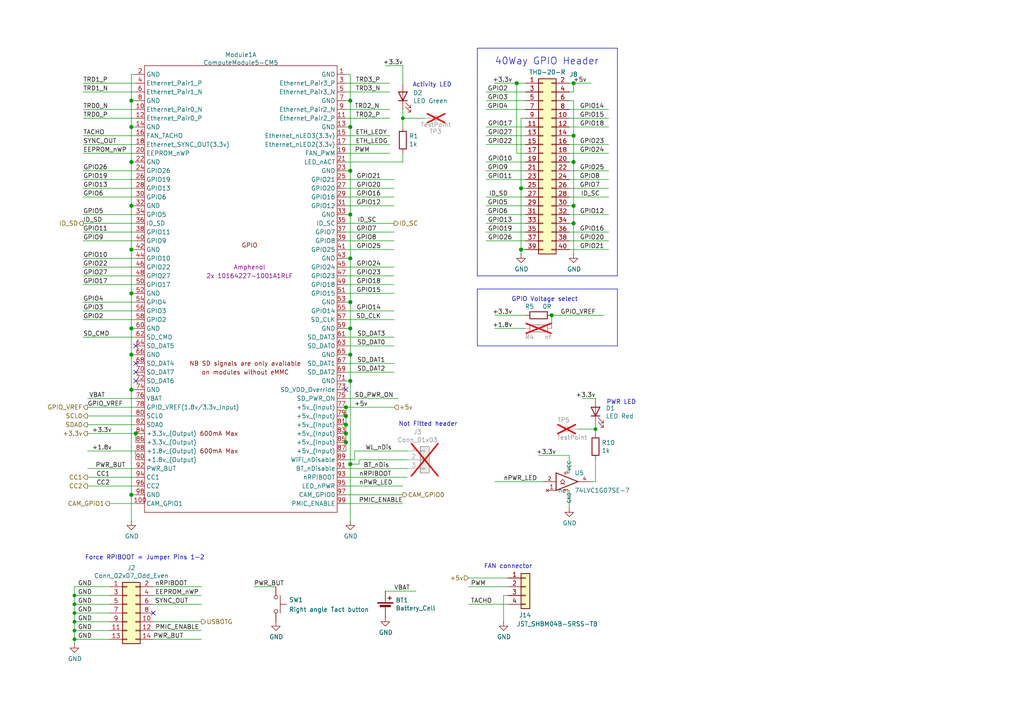
<source format=kicad_sch>
(kicad_sch (version 20231120) (generator "eeschema") (generator_version "8.0")
  (paper "A4")
  (title_block (title "Compute Module 5 IO Board") (rev "1") (company "Copyright © 2024 Raspberry Pi Ltd.") (comment 1 "www.raspberrypi.com"))
  (lib_symbols
    (symbol "CM5IO:74LVC1G07_copy"
      (property "Reference" "U" (at -2.54 3.81 0))
      (property "Value" "74LVC1G07_copy" (at 0 -3.81 0))
      (symbol "74LVC1G07_copy_1_1"
        (pin no_connect line (at -6.35 -2.54 0) (length 2.54) (name "nc") (number "1"))
        (pin input line (at -7.62 0 0) (length 3.81) (name "~") (number "2"))
        (pin power_in line (at 0 -2.54 270) (length 0) (name "GND") (number "3"))
        (pin open_collector line (at 6.35 0 180) (length 3.81) (name "~") (number "4"))
        (pin power_in line (at 0 2.54 90) (length 0) (name "VCC") (number "5"))
      )
    )
    (symbol "CM5IO:ComputeModule5-CM5"
      (property "Reference" "Module" (at 113.03 -68.58 0))
      (property "Value" "ComputeModule5-CM5" (at 140.97 2.54 0))
      (property "Field4" "Amphenol" (at 0 0 0))
      (property "Field5" "2x 10164227-1001A1RLF" (at 0 -2.54 0))
      (symbol "ComputeModule5-CM5_1_0"
        (text "GPIO" (at 0 6.35 0) (effects (font (size 1.27 1.27))))
      )
      (symbol "ComputeModule5-CM5_1_1"
        (text "600mA Max" (at -8.89 -53.34 0) (effects (font (size 1.27 1.27))))
        (text "600mA Max" (at -8.89 -48.26 0) (effects (font (size 1.27 1.27))))
        (text "NB SD signals are only available" (at -1.27 -27.94 0) (effects (font (size 1.27 1.27))))
        (text "on modules without eMMC" (at -1.27 -30.48 0) (effects (font (size 1.27 1.27))))
        (pin power_in line (at 27.94 55.88 180) (length 2.54) (name "GND") (number "1"))
        (pin passive line (at -33.02 45.72 0) (length 2.54) (name "Ethernet_Pair0_N") (number "10"))
        (pin passive line (at -33.02 -68.58 0) (length 2.54) (name "CAM_GPIO1") (number "100"))
        (pin passive line (at 27.94 43.18 180) (length 2.54) (name "Ethernet_Pair2_P") (number "11"))
        (pin passive line (at -33.02 43.18 0) (length 2.54) (name "Ethernet_Pair0_P") (number "12"))
        (pin power_in line (at 27.94 40.64 180) (length 2.54) (name "GND") (number "13"))
        (pin power_in line (at -33.02 40.64 0) (length 2.54) (name "GND") (number "14"))
        (pin output line (at 27.94 38.1 180) (length 2.54) (name "Ethernet_nLED3(3.3v)") (number "15"))
        (pin input line (at -33.02 38.1 0) (length 2.54) (name "FAN_TACHO") (number "16"))
        (pin output line (at 27.94 35.56 180) (length 2.54) (name "Ethernet_nLED2(3.3v)") (number "17"))
        (pin input line (at -33.02 35.56 0) (length 2.54) (name "Ethernet_SYNC_OUT(3.3v)") (number "18"))
        (pin output line (at 27.94 33.02 180) (length 2.54) (name "FAN_PWM") (number "19"))
        (pin power_in line (at -33.02 55.88 0) (length 2.54) (name "GND") (number "2"))
        (pin passive line (at -33.02 33.02 0) (length 2.54) (name "EEPROM_nWP") (number "20"))
        (pin open_collector line (at 27.94 30.48 180) (length 2.54) (name "LED_nACT") (number "21"))
        (pin power_in line (at -33.02 30.48 0) (length 2.54) (name "GND") (number "22"))
        (pin power_in line (at 27.94 27.94 180) (length 2.54) (name "GND") (number "23"))
        (pin passive line (at -33.02 27.94 0) (length 2.54) (name "GPIO26") (number "24"))
        (pin passive line (at 27.94 25.4 180) (length 2.54) (name "GPIO21") (number "25"))
        (pin passive line (at -33.02 25.4 0) (length 2.54) (name "GPIO19") (number "26"))
        (pin passive line (at 27.94 22.86 180) (length 2.54) (name "GPIO20") (number "27"))
        (pin passive line (at -33.02 22.86 0) (length 2.54) (name "GPIO13") (number "28"))
        (pin passive line (at 27.94 20.32 180) (length 2.54) (name "GPIO16") (number "29"))
        (pin passive line (at 27.94 53.34 180) (length 2.54) (name "Ethernet_Pair3_P") (number "3"))
        (pin passive line (at -33.02 20.32 0) (length 2.54) (name "GPIO6") (number "30"))
        (pin passive line (at 27.94 17.78 180) (length 2.54) (name "GPIO12") (number "31"))
        (pin power_in line (at -33.02 17.78 0) (length 2.54) (name "GND") (number "32"))
        (pin power_in line (at 27.94 15.24 180) (length 2.54) (name "GND") (number "33"))
        (pin passive line (at -33.02 15.24 0) (length 2.54) (name "GPIO5") (number "34"))
        (pin passive line (at 27.94 12.7 180) (length 2.54) (name "ID_SC") (number "35"))
        (pin passive line (at -33.02 12.7 0) (length 2.54) (name "ID_SD") (number "36"))
        (pin passive line (at 27.94 10.16 180) (length 2.54) (name "GPIO7") (number "37"))
        (pin passive line (at -33.02 10.16 0) (length 2.54) (name "GPIO11") (number "38"))
        (pin passive line (at 27.94 7.62 180) (length 2.54) (name "GPIO8") (number "39"))
        (pin passive line (at -33.02 53.34 0) (length 2.54) (name "Ethernet_Pair1_P") (number "4"))
        (pin passive line (at -33.02 7.62 0) (length 2.54) (name "GPIO9") (number "40"))
        (pin passive line (at 27.94 5.08 180) (length 2.54) (name "GPIO25") (number "41"))
        (pin power_in line (at -33.02 5.08 0) (length 2.54) (name "GND") (number "42"))
        (pin power_in line (at 27.94 2.54 180) (length 2.54) (name "GND") (number "43"))
        (pin passive line (at -33.02 2.54 0) (length 2.54) (name "GPIO10") (number "44"))
        (pin passive line (at 27.94 0 180) (length 2.54) (name "GPIO24") (number "45"))
        (pin passive line (at -33.02 0 0) (length 2.54) (name "GPIO22") (number "46"))
        (pin passive line (at 27.94 -2.54 180) (length 2.54) (name "GPIO23") (number "47"))
        (pin passive line (at -33.02 -2.54 0) (length 2.54) (name "GPIO27") (number "48"))
        (pin passive line (at 27.94 -5.08 180) (length 2.54) (name "GPIO18") (number "49"))
        (pin passive line (at 27.94 50.8 180) (length 2.54) (name "Ethernet_Pair3_N") (number "5"))
        (pin passive line (at -33.02 -5.08 0) (length 2.54) (name "GPIO17") (number "50"))
        (pin passive line (at 27.94 -7.62 180) (length 2.54) (name "GPIO15") (number "51"))
        (pin power_in line (at -33.02 -7.62 0) (length 2.54) (name "GND") (number "52"))
        (pin power_in line (at 27.94 -10.16 180) (length 2.54) (name "GND") (number "53"))
        (pin passive line (at -33.02 -10.16 0) (length 2.54) (name "GPIO4") (number "54"))
        (pin passive line (at 27.94 -12.7 180) (length 2.54) (name "GPIO14") (number "55"))
        (pin passive line (at -33.02 -12.7 0) (length 2.54) (name "GPIO3") (number "56"))
        (pin passive line (at 27.94 -15.24 180) (length 2.54) (name "SD_CLK") (number "57"))
        (pin passive line (at -33.02 -15.24 0) (length 2.54) (name "GPIO2") (number "58"))
        (pin power_in line (at 27.94 -17.78 180) (length 2.54) (name "GND") (number "59"))
        (pin passive line (at -33.02 50.8 0) (length 2.54) (name "Ethernet_Pair1_N") (number "6"))
        (pin power_in line (at -33.02 -17.78 0) (length 2.54) (name "GND") (number "60"))
        (pin passive line (at 27.94 -20.32 180) (length 2.54) (name "SD_DAT3") (number "61"))
        (pin passive line (at -33.02 -20.32 0) (length 2.54) (name "SD_CMD") (number "62"))
        (pin passive line (at 27.94 -22.86 180) (length 2.54) (name "SD_DAT0") (number "63"))
        (pin passive line (at -33.02 -22.86 0) (length 2.54) (name "SD_DAT5") (number "64"))
        (pin power_in line (at 27.94 -25.4 180) (length 2.54) (name "GND") (number "65"))
        (pin power_in line (at -33.02 -25.4 0) (length 2.54) (name "GND") (number "66"))
        (pin passive line (at 27.94 -27.94 180) (length 2.54) (name "SD_DAT1") (number "67"))
        (pin passive line (at -33.02 -27.94 0) (length 2.54) (name "SD_DAT4") (number "68"))
        (pin passive line (at 27.94 -30.48 180) (length 2.54) (name "SD_DAT2") (number "69"))
        (pin power_in line (at 27.94 48.26 180) (length 2.54) (name "GND") (number "7"))
        (pin passive line (at -33.02 -30.48 0) (length 2.54) (name "SD_DAT7") (number "70"))
        (pin power_in line (at 27.94 -33.02 180) (length 2.54) (name "GND") (number "71"))
        (pin passive line (at -33.02 -33.02 0) (length 2.54) (name "SD_DAT6") (number "72"))
        (pin input line (at 27.94 -35.56 180) (length 2.54) (name "SD_VDD_Override") (number "73"))
        (pin power_in line (at -33.02 -35.56 0) (length 2.54) (name "GND") (number "74"))
        (pin output line (at 27.94 -38.1 180) (length 2.54) (name "SD_PWR_ON") (number "75"))
        (pin passive line (at -33.02 -38.1 0) (length 2.54) (name "VBAT") (number "76"))
        (pin power_in line (at 27.94 -40.64 180) (length 2.54) (name "+5v_(Input)") (number "77"))
        (pin power_in line (at -33.02 -40.64 0) (length 2.54) (name "GPIO_VREF(1.8v/3.3v_Input)") (number "78"))
        (pin power_in line (at 27.94 -43.18 180) (length 2.54) (name "+5v_(Input)") (number "79"))
        (pin power_in line (at -33.02 48.26 0) (length 2.54) (name "GND") (number "8"))
        (pin passive line (at -33.02 -43.18 0) (length 2.54) (name "SCL0") (number "80"))
        (pin power_in line (at 27.94 -45.72 180) (length 2.54) (name "+5v_(Input)") (number "81"))
        (pin passive line (at -33.02 -45.72 0) (length 2.54) (name "SDA0") (number "82"))
        (pin power_in line (at 27.94 -48.26 180) (length 2.54) (name "+5v_(Input)") (number "83"))
        (pin power_out line (at -33.02 -48.26 0) (length 2.54) (name "+3.3v_(Output)") (number "84"))
        (pin power_in line (at 27.94 -50.8 180) (length 2.54) (name "+5v_(Input)") (number "85"))
        (pin passive line (at -33.02 -50.8 0) (length 2.54) (name "+3.3v_(Output)") (number "86"))
        (pin power_in line (at 27.94 -53.34 180) (length 2.54) (name "+5v_(Input)") (number "87"))
        (pin power_out line (at -33.02 -53.34 0) (length 2.54) (name "+1.8v_(Output)") (number "88"))
        (pin input line (at 27.94 -55.88 180) (length 2.54) (name "WiFi_nDisable") (number "89"))
        (pin passive line (at 27.94 45.72 180) (length 2.54) (name "Ethernet_Pair2_N") (number "9"))
        (pin passive line (at -33.02 -55.88 0) (length 2.54) (name "+1.8v_(Output)") (number "90"))
        (pin input line (at 27.94 -58.42 180) (length 2.54) (name "BT_nDisable") (number "91"))
        (pin passive line (at -33.02 -58.42 0) (length 2.54) (name "PWR_BUT") (number "92"))
        (pin input line (at 27.94 -60.96 180) (length 2.54) (name "nRPIBOOT") (number "93"))
        (pin passive line (at -33.02 -60.96 0) (length 2.54) (name "CC1") (number "94"))
        (pin output line (at 27.94 -63.5 180) (length 2.54) (name "LED_nPWR") (number "95"))
        (pin passive line (at -33.02 -63.5 0) (length 2.54) (name "CC2") (number "96"))
        (pin passive line (at 27.94 -66.04 180) (length 2.54) (name "CAM_GPIO0") (number "97"))
        (pin power_in line (at -33.02 -66.04 0) (length 2.54) (name "GND") (number "98"))
        (pin input line (at 27.94 -68.58 180) (length 2.54) (name "PMIC_ENABLE") (number "99"))
      )
      (symbol "ComputeModule5-CM5_2_1"
        (text "High Speed Serial" (at 140.97 0 0) (effects (font (size 1.27 1.27))))
        (pin input line (at 170.18 60.96 180) (length 5.08) (name "USB_OTG_ID") (number "101"))
        (pin input line (at 109.22 60.96 0) (length 5.08) (name "PCIe_nCLKREQ") (number "102"))
        (pin passive line (at 170.18 58.42 180) (length 5.08) (name "USB2_N") (number "103"))
        (pin input line (at 109.22 58.42 0) (length 5.08) (name "PCIE_nWAKE") (number "104"))
        (pin passive line (at 170.18 55.88 180) (length 5.08) (name "USB2_P") (number "105"))
        (pin output line (at 109.22 55.88 0) (length 5.08) (name "PCIE_PWR_EN") (number "106"))
        (pin power_in line (at 170.18 53.34 180) (length 5.08) (name "GND") (number "107"))
        (pin power_in line (at 109.22 53.34 0) (length 5.08) (name "GND") (number "108"))
        (pin output line (at 170.18 50.8 180) (length 5.08) (name "PCIe_nRST") (number "109"))
        (pin output line (at 109.22 50.8 0) (length 5.08) (name "PCIe_CLK_P") (number "110"))
        (pin output line (at 170.18 48.26 180) (length 5.08) (name "VBUS_EN") (number "111"))
        (pin output line (at 109.22 48.26 0) (length 5.08) (name "PCIe_CLK_N") (number "112"))
        (pin power_in line (at 170.18 45.72 180) (length 5.08) (name "GND") (number "113"))
        (pin power_in line (at 109.22 45.72 0) (length 5.08) (name "GND") (number "114"))
        (pin input line (at 170.18 43.18 180) (length 5.08) (name "MIPI0_D0_N") (number "115"))
        (pin input line (at 109.22 43.18 0) (length 5.08) (name "PCIe_RX_P") (number "116"))
        (pin input line (at 170.18 40.64 180) (length 5.08) (name "MIPI0_D0_P") (number "117"))
        (pin input line (at 109.22 40.64 0) (length 5.08) (name "PCIe_RX_N") (number "118"))
        (pin power_in line (at 170.18 38.1 180) (length 5.08) (name "GND") (number "119"))
        (pin power_in line (at 109.22 38.1 0) (length 5.08) (name "GND") (number "120"))
        (pin input line (at 170.18 35.56 180) (length 5.08) (name "MIPI0_D1_N") (number "121"))
        (pin output line (at 109.22 35.56 0) (length 5.08) (name "PCIe_TX_P") (number "122"))
        (pin input line (at 170.18 33.02 180) (length 5.08) (name "MIPI0_D1_P") (number "123"))
        (pin output line (at 109.22 33.02 0) (length 5.08) (name "PCIe_TX_N") (number "124"))
        (pin power_in line (at 170.18 30.48 180) (length 5.08) (name "GND") (number "125"))
        (pin power_in line (at 109.22 30.48 0) (length 5.08) (name "GND") (number "126"))
        (pin input line (at 170.18 27.94 180) (length 5.08) (name "MIPI0_C_N") (number "127"))
        (pin input line (at 109.22 27.94 0) (length 5.08) (name "USB3-0-RX_N") (number "128"))
        (pin input line (at 170.18 25.4 180) (length 5.08) (name "MIPI0_C_P") (number "129"))
        (pin input line (at 109.22 25.4 0) (length 5.08) (name "USB3-0-RX_P") (number "130"))
        (pin power_in line (at 170.18 22.86 180) (length 5.08) (name "GND") (number "131"))
        (pin power_in line (at 109.22 22.86 0) (length 5.08) (name "GND") (number "132"))
        (pin input line (at 170.18 20.32 180) (length 5.08) (name "MIPI0_D2_N") (number "133"))
        (pin passive line (at 109.22 20.32 0) (length 5.08) (name "USB3-0-D_P") (number "134"))
        (pin input line (at 170.18 17.78 180) (length 5.08) (name "MIPI0_D2_P") (number "135"))
        (pin passive line (at 109.22 17.78 0) (length 5.08) (name "USB3-0-D_N") (number "136"))
        (pin power_in line (at 170.18 15.24 180) (length 5.08) (name "GND") (number "137"))
        (pin power_in line (at 109.22 15.24 0) (length 5.08) (name "GND") (number "138"))
        (pin input line (at 170.18 12.7 180) (length 5.08) (name "MIPI0_D3_N") (number "139"))
        (pin output line (at 109.22 12.7 0) (length 5.08) (name "USB3-0-TX_N") (number "140"))
        (pin input line (at 170.18 10.16 180) (length 5.08) (name "MIPI0_D3_P") (number "141"))
        (pin output line (at 109.22 10.16 0) (length 5.08) (name "USB3-0-TX_P") (number "142"))
        (pin input line (at 170.18 7.62 180) (length 5.08) (name "HDMI1_HOTPLUG") (number "143"))
        (pin power_in line (at 109.22 7.62 0) (length 5.08) (name "GND") (number "144"))
        (pin bidirectional line (at 170.18 5.08 180) (length 5.08) (name "HDMI1_SDA") (number "145"))
        (pin output line (at 109.22 5.08 0) (length 5.08) (name "HDMI1_TX2_P") (number "146"))
        (pin open_collector line (at 170.18 2.54 180) (length 5.08) (name "HDMI1_SCL") (number "147"))
        (pin output line (at 109.22 2.54 0) (length 5.08) (name "HDMI1_TX2_N") (number "148"))
        (pin open_collector line (at 170.18 0 180) (length 5.08) (name "HDMI1_CEC") (number "149"))
        (pin power_in line (at 109.22 0 0) (length 5.08) (name "GND") (number "150"))
        (pin open_collector line (at 170.18 -2.54 180) (length 5.08) (name "HDMI0_CEC") (number "151"))
        (pin output line (at 109.22 -2.54 0) (length 5.08) (name "HDMI1_TX1_P") (number "152"))
        (pin input line (at 170.18 -5.08 180) (length 5.08) (name "HDMI0_HOTPLUG") (number "153"))
        (pin output line (at 109.22 -5.08 0) (length 5.08) (name "HDMI1_TX1_N") (number "154"))
        (pin power_in line (at 170.18 -7.62 180) (length 5.08) (name "GND") (number "155"))
        (pin power_in line (at 109.22 -7.62 0) (length 5.08) (name "GND") (number "156"))
        (pin input line (at 170.18 -10.16 180) (length 5.08) (name "USB3-1-RX_N") (number "157"))
        (pin output line (at 109.22 -10.16 0) (length 5.08) (name "HDMI1_TX0_P") (number "158"))
        (pin input line (at 170.18 -12.7 180) (length 5.08) (name "USB3-1-RX_P") (number "159"))
        (pin output line (at 109.22 -12.7 0) (length 5.08) (name "HDMI1_TX0_N") (number "160"))
        (pin power_in line (at 170.18 -15.24 180) (length 5.08) (name "GND") (number "161"))
        (pin power_in line (at 109.22 -15.24 0) (length 5.08) (name "GND") (number "162"))
        (pin passive line (at 170.18 -17.78 180) (length 5.08) (name "USB3-1-D_P") (number "163"))
        (pin output line (at 109.22 -17.78 0) (length 5.08) (name "HDMI1_CLK_P") (number "164"))
        (pin passive line (at 170.18 -20.32 180) (length 5.08) (name "USB3-1-D_N") (number "165"))
        (pin output line (at 109.22 -20.32 0) (length 5.08) (name "HDMI1_CLK_N") (number "166"))
        (pin power_in line (at 170.18 -22.86 180) (length 5.08) (name "GND") (number "167"))
        (pin power_in line (at 109.22 -22.86 0) (length 5.08) (name "GND") (number "168"))
        (pin output line (at 170.18 -25.4 180) (length 5.08) (name "USB3-1-TX_N") (number "169"))
        (pin output line (at 109.22 -25.4 0) (length 5.08) (name "HDMI0_TX2_P") (number "170"))
        (pin output line (at 170.18 -27.94 180) (length 5.08) (name "USB3-1-TX_P") (number "171"))
        (pin output line (at 109.22 -27.94 0) (length 5.08) (name "HDMI0_TX2_N") (number "172"))
        (pin power_in line (at 170.18 -30.48 180) (length 5.08) (name "GND") (number "173"))
        (pin power_in line (at 109.22 -30.48 0) (length 5.08) (name "GND") (number "174"))
        (pin output line (at 170.18 -33.02 180) (length 5.08) (name "MIPI1_D0_N") (number "175"))
        (pin output line (at 109.22 -33.02 0) (length 5.08) (name "HDMI0_TX1_P") (number "176"))
        (pin output line (at 170.18 -35.56 180) (length 5.08) (name "MIPI1_D0_P") (number "177"))
        (pin output line (at 109.22 -35.56 0) (length 5.08) (name "HDMI0_TX1_N") (number "178"))
        (pin power_in line (at 170.18 -38.1 180) (length 5.08) (name "GND") (number "179"))
        (pin power_in line (at 109.22 -38.1 0) (length 5.08) (name "GND") (number "180"))
        (pin output line (at 170.18 -40.64 180) (length 5.08) (name "MIPI1_D1_N") (number "181"))
        (pin output line (at 109.22 -40.64 0) (length 5.08) (name "HDMI0_TX0_P") (number "182"))
        (pin output line (at 170.18 -43.18 180) (length 5.08) (name "MIPI1_D1_P") (number "183"))
        (pin output line (at 109.22 -43.18 0) (length 5.08) (name "HDMI0_TX0_N") (number "184"))
        (pin power_in line (at 170.18 -45.72 180) (length 5.08) (name "GND") (number "185"))
        (pin power_in line (at 109.22 -45.72 0) (length 5.08) (name "GND") (number "186"))
        (pin output line (at 170.18 -48.26 180) (length 5.08) (name "MIPI1_C_N") (number "187"))
        (pin output line (at 109.22 -48.26 0) (length 5.08) (name "HDMI0_CLK_P") (number "188"))
        (pin output line (at 170.18 -50.8 180) (length 5.08) (name "MIPI1_C_P") (number "189"))
        (pin output line (at 109.22 -50.8 0) (length 5.08) (name "HDMI0_CLK_N") (number "190"))
        (pin power_in line (at 170.18 -53.34 180) (length 5.08) (name "GND") (number "191"))
        (pin power_in line (at 109.22 -53.34 0) (length 5.08) (name "GND") (number "192"))
        (pin output line (at 170.18 -55.88 180) (length 5.08) (name "MIPI1_D2_N") (number "193"))
        (pin output line (at 109.22 -55.88 0) (length 5.08) (name "MIPI1_D3_N") (number "194"))
        (pin output line (at 170.18 -58.42 180) (length 5.08) (name "MIPI1_D2_P") (number "195"))
        (pin output line (at 109.22 -58.42 0) (length 5.08) (name "MIPI1_D3_P") (number "196"))
        (pin power_in line (at 170.18 -60.96 180) (length 5.08) (name "GND") (number "197"))
        (pin power_in line (at 109.22 -60.96 0) (length 5.08) (name "GND") (number "198"))
        (pin bidirectional line (at 170.18 -63.5 180) (length 5.08) (name "HDMI0_SDA") (number "199"))
        (pin open_collector line (at 109.22 -63.5 0) (length 5.08) (name "HDMI0_SCL") (number "200"))
      )
    )
    (symbol "Connector:TestPoint" (pin_numbers hide) (pin_names (offset 0.762) hide)
      (property "Reference" "TP" (at 0 6.858 0))
      (property "Value" "TestPoint" (at 0 5.08 0))
      (symbol "TestPoint_1_1"
        (pin passive line (at 0 0 90) (length 2.54) (name "1") (number "1"))
      )
    )
    (symbol "Connector_Generic:Conn_01x03" (pin_names (offset 1.016) hide)
      (property "Reference" "J" (at 0 5.08 0))
      (property "Value" "Conn_01x03" (at 0 -5.08 0))
      (symbol "Conn_01x03_1_1"
        (pin passive line (at -5.08 2.54 0) (length 3.81) (name "Pin_1") (number "1"))
        (pin passive line (at -5.08 0 0) (length 3.81) (name "Pin_2") (number "2"))
        (pin passive line (at -5.08 -2.54 0) (length 3.81) (name "Pin_3") (number "3"))
      )
    )
    (symbol "Connector_Generic:Conn_01x04" (pin_names (offset 1.016) hide)
      (property "Reference" "J" (at 0 5.08 0))
      (property "Value" "Conn_01x04" (at 0 -7.62 0))
      (symbol "Conn_01x04_1_1"
        (pin passive line (at -5.08 2.54 0) (length 3.81) (name "Pin_1") (number "1"))
        (pin passive line (at -5.08 0 0) (length 3.81) (name "Pin_2") (number "2"))
        (pin passive line (at -5.08 -2.54 0) (length 3.81) (name "Pin_3") (number "3"))
        (pin passive line (at -5.08 -5.08 0) (length 3.81) (name "Pin_4") (number "4"))
      )
    )
    (symbol "Connector_Generic:Conn_02x07_Odd_Even" (pin_names (offset 1.016) hide)
      (property "Reference" "J" (at 1.27 10.16 0))
      (property "Value" "Conn_02x07_Odd_Even" (at 1.27 -10.16 0))
      (symbol "Conn_02x07_Odd_Even_1_1"
        (pin passive line (at -5.08 7.62 0) (length 3.81) (name "Pin_1") (number "1"))
        (pin passive line (at 7.62 -2.54 180) (length 3.81) (name "Pin_10") (number "10"))
        (pin passive line (at -5.08 -5.08 0) (length 3.81) (name "Pin_11") (number "11"))
        (pin passive line (at 7.62 -5.08 180) (length 3.81) (name "Pin_12") (number "12"))
        (pin passive line (at -5.08 -7.62 0) (length 3.81) (name "Pin_13") (number "13"))
        (pin passive line (at 7.62 -7.62 180) (length 3.81) (name "Pin_14") (number "14"))
        (pin passive line (at 7.62 7.62 180) (length 3.81) (name "Pin_2") (number "2"))
        (pin passive line (at -5.08 5.08 0) (length 3.81) (name "Pin_3") (number "3"))
        (pin passive line (at 7.62 5.08 180) (length 3.81) (name "Pin_4") (number "4"))
        (pin passive line (at -5.08 2.54 0) (length 3.81) (name "Pin_5") (number "5"))
        (pin passive line (at 7.62 2.54 180) (length 3.81) (name "Pin_6") (number "6"))
        (pin passive line (at -5.08 0 0) (length 3.81) (name "Pin_7") (number "7"))
        (pin passive line (at 7.62 0 180) (length 3.81) (name "Pin_8") (number "8"))
        (pin passive line (at -5.08 -2.54 0) (length 3.81) (name "Pin_9") (number "9"))
      )
    )
    (symbol "Connector_Generic:Conn_02x20_Odd_Even" (pin_names (offset 1.016) hide)
      (property "Reference" "J" (at 1.27 25.4 0))
      (property "Value" "Conn_02x20_Odd_Even" (at 1.27 -27.94 0))
      (symbol "Conn_02x20_Odd_Even_1_1"
        (pin passive line (at -5.08 22.86 0) (length 3.81) (name "Pin_1") (number "1"))
        (pin passive line (at 7.62 12.7 180) (length 3.81) (name "Pin_10") (number "10"))
        (pin passive line (at -5.08 10.16 0) (length 3.81) (name "Pin_11") (number "11"))
        (pin passive line (at 7.62 10.16 180) (length 3.81) (name "Pin_12") (number "12"))
        (pin passive line (at -5.08 7.62 0) (length 3.81) (name "Pin_13") (number "13"))
        (pin passive line (at 7.62 7.62 180) (length 3.81) (name "Pin_14") (number "14"))
        (pin passive line (at -5.08 5.08 0) (length 3.81) (name "Pin_15") (number "15"))
        (pin passive line (at 7.62 5.08 180) (length 3.81) (name "Pin_16") (number "16"))
        (pin passive line (at -5.08 2.54 0) (length 3.81) (name "Pin_17") (number "17"))
        (pin passive line (at 7.62 2.54 180) (length 3.81) (name "Pin_18") (number "18"))
        (pin passive line (at -5.08 0 0) (length 3.81) (name "Pin_19") (number "19"))
        (pin passive line (at 7.62 22.86 180) (length 3.81) (name "Pin_2") (number "2"))
        (pin passive line (at 7.62 0 180) (length 3.81) (name "Pin_20") (number "20"))
        (pin passive line (at -5.08 -2.54 0) (length 3.81) (name "Pin_21") (number "21"))
        (pin passive line (at 7.62 -2.54 180) (length 3.81) (name "Pin_22") (number "22"))
        (pin passive line (at -5.08 -5.08 0) (length 3.81) (name "Pin_23") (number "23"))
        (pin passive line (at 7.62 -5.08 180) (length 3.81) (name "Pin_24") (number "24"))
        (pin passive line (at -5.08 -7.62 0) (length 3.81) (name "Pin_25") (number "25"))
        (pin passive line (at 7.62 -7.62 180) (length 3.81) (name "Pin_26") (number "26"))
        (pin passive line (at -5.08 -10.16 0) (length 3.81) (name "Pin_27") (number "27"))
        (pin passive line (at 7.62 -10.16 180) (length 3.81) (name "Pin_28") (number "28"))
        (pin passive line (at -5.08 -12.7 0) (length 3.81) (name "Pin_29") (number "29"))
        (pin passive line (at -5.08 20.32 0) (length 3.81) (name "Pin_3") (number "3"))
        (pin passive line (at 7.62 -12.7 180) (length 3.81) (name "Pin_30") (number "30"))
        (pin passive line (at -5.08 -15.24 0) (length 3.81) (name "Pin_31") (number "31"))
        (pin passive line (at 7.62 -15.24 180) (length 3.81) (name "Pin_32") (number "32"))
        (pin passive line (at -5.08 -17.78 0) (length 3.81) (name "Pin_33") (number "33"))
        (pin passive line (at 7.62 -17.78 180) (length 3.81) (name "Pin_34") (number "34"))
        (pin passive line (at -5.08 -20.32 0) (length 3.81) (name "Pin_35") (number "35"))
        (pin passive line (at 7.62 -20.32 180) (length 3.81) (name "Pin_36") (number "36"))
        (pin passive line (at -5.08 -22.86 0) (length 3.81) (name "Pin_37") (number "37"))
        (pin passive line (at 7.62 -22.86 180) (length 3.81) (name "Pin_38") (number "38"))
        (pin passive line (at -5.08 -25.4 0) (length 3.81) (name "Pin_39") (number "39"))
        (pin passive line (at 7.62 20.32 180) (length 3.81) (name "Pin_4") (number "4"))
        (pin passive line (at 7.62 -25.4 180) (length 3.81) (name "Pin_40") (number "40"))
        (pin passive line (at -5.08 17.78 0) (length 3.81) (name "Pin_5") (number "5"))
        (pin passive line (at 7.62 17.78 180) (length 3.81) (name "Pin_6") (number "6"))
        (pin passive line (at -5.08 15.24 0) (length 3.81) (name "Pin_7") (number "7"))
        (pin passive line (at 7.62 15.24 180) (length 3.81) (name "Pin_8") (number "8"))
        (pin passive line (at -5.08 12.7 0) (length 3.81) (name "Pin_9") (number "9"))
      )
    )
    (symbol "Device:Battery_Cell" (pin_numbers hide) (pin_names (offset 0) hide)
      (property "Reference" "BT" (at 2.54 2.54 0))
      (property "Value" "Battery_Cell" (at 2.54 0 0))
      (symbol "Battery_Cell_1_1"
        (pin passive line (at 0 5.08 270) (length 2.54) (name "+") (number "1"))
        (pin passive line (at 0 -2.54 90) (length 2.54) (name "-") (number "2"))
      )
    )
    (symbol "Device:LED" (pin_numbers hide) (pin_names (offset 1.016) hide)
      (property "Reference" "D" (at 0 2.54 0))
      (property "Value" "LED" (at 0 -2.54 0))
      (symbol "LED_1_1"
        (pin passive line (at -3.81 0 0) (length 2.54) (name "K") (number "1"))
        (pin passive line (at 3.81 0 180) (length 2.54) (name "A") (number "2"))
      )
    )
    (symbol "Device:R" (pin_numbers hide) (pin_names (offset 0))
      (property "Reference" "R" (at 2.032 0 90))
      (property "Value" "R" (at 0 0 90))
      (symbol "R_1_1"
        (pin passive line (at 0 3.81 270) (length 1.27) (name "~") (number "1"))
        (pin passive line (at 0 -3.81 90) (length 1.27) (name "~") (number "2"))
      )
    )
    (symbol "LED_1" (pin_numbers hide) (pin_names (offset 1.016) hide)
      (property "Reference" "D" (at 0 2.54 0))
      (property "Value" "LED" (at 0 -2.54 0))
      (symbol "LED_1_1_1"
        (pin passive line (at -3.81 0 0) (length 2.54) (name "K") (number "1"))
        (pin passive line (at 3.81 0 180) (length 2.54) (name "A") (number "2"))
      )
    )
    (symbol "Switch:SW_Push" (pin_numbers hide) (pin_names (offset 1.016) hide)
      (property "Reference" "SW" (at 1.27 2.54 0))
      (property "Value" "SW_Push" (at 0 -1.524 0))
      (symbol "SW_Push_0_1"
        (pin passive line (at -5.08 0 0) (length 2.54) (name "1") (number "1"))
        (pin passive line (at 5.08 0 180) (length 2.54) (name "2") (number "2"))
      )
    )
    (symbol "power:GND" (power) (pin_numbers hide) (pin_names (offset 0) hide)
      (property "Value" "GND" (at 0 -3.81 0))
      (symbol "GND_1_1"
        (pin power_in line (at 0 0 270) (length 0) (name "~") (number "1"))
      )
    )
  )
  (junction (at 101.6 36.83) (diameter 1.016))
  (junction (at 101.6 29.21) (diameter 1.016))
  (junction (at 101.6 102.87) (diameter 1.016))
  (junction (at 38.1 113.03) (diameter 1.016))
  (junction (at 38.1 46.99) (diameter 1.016))
  (junction (at 100.33 125.73) (diameter 1.016))
  (junction (at 151.13 54.61) (diameter 1.016))
  (junction (at 166.37 39.37) (diameter 1.016))
  (junction (at 21.59 175.26))
  (junction (at 38.1 72.39) (diameter 1.016))
  (junction (at 100.33 123.19) (diameter 1.016))
  (junction (at 38.1 143.51) (diameter 1.016))
  (junction (at 166.37 59.69) (diameter 1.016))
  (junction (at 38.1 59.69) (diameter 1.016))
  (junction (at 101.6 62.23) (diameter 1.016))
  (junction (at 38.1 95.25) (diameter 1.016))
  (junction (at 100.33 118.11) (diameter 1.016))
  (junction (at 101.6 95.25) (diameter 1.016))
  (junction (at 166.37 64.77) (diameter 1.016))
  (junction (at 166.37 24.13) (diameter 1.016))
  (junction (at 101.6 87.63) (diameter 1.016))
  (junction (at 166.37 46.99) (diameter 1.016))
  (junction (at 38.1 85.09) (diameter 1.016))
  (junction (at 100.33 120.65) (diameter 1.016))
  (junction (at 172.72 124.46))
  (junction (at 38.1 36.83) (diameter 1.016))
  (junction (at 39.37 125.73) (diameter 1.016))
  (junction (at 21.59 172.72))
  (junction (at 38.1 102.87) (diameter 1.016))
  (junction (at 160.02 91.44) (diameter 1.016))
  (junction (at 38.1 29.21) (diameter 1.016))
  (junction (at 21.59 177.8))
  (junction (at 100.33 128.27) (diameter 1.016))
  (junction (at 116.84 34.29))
  (junction (at 151.13 72.39) (diameter 1.016))
  (junction (at 21.59 185.42))
  (junction (at 101.6 110.49) (diameter 1.016))
  (junction (at 101.6 134.62) (diameter 1.016))
  (junction (at 101.6 49.53) (diameter 1.016))
  (junction (at 21.59 182.88))
  (junction (at 21.59 180.34))
  (junction (at 101.6 74.93) (diameter 1.016))
  (junction (at 149.86 24.13) (diameter 1.016))
  (no_connect (at 39.37 107.95))
  (no_connect (at 100.33 113.03))
  (no_connect (at 39.37 100.33))
  (no_connect (at 39.37 105.41))
  (no_connect (at 44.45 177.8))
  (no_connect (at 39.37 110.49))
  (wire (pts (xy 101.6 110.49) (xy 101.6 134.62)))
  (polyline (pts (xy 138.43 13.97) (xy 138.43 80.01)) (stroke (width 0) (type solid)))
  (wire (pts (xy 44.45 175.26) (xy 58.42 175.26)))
  (polyline (pts (xy 138.43 80.01) (xy 179.07 80.01)) (stroke (width 0) (type solid)))
  (wire (pts (xy 100.33 135.89) (xy 118.11 135.89)))
  (wire (pts (xy 100.33 102.87) (xy 101.6 102.87)))
  (wire (pts (xy 24.13 90.17) (xy 39.37 90.17)))
  (wire (pts (xy 39.37 133.35) (xy 39.37 130.81)))
  (wire (pts (xy 165.1 52.07) (xy 176.53 52.07)))
  (wire (pts (xy 24.13 44.45) (xy 39.37 44.45)))
  (wire (pts (xy 100.33 95.25) (xy 101.6 95.25)))
  (wire (pts (xy 165.1 34.29) (xy 176.53 34.29)))
  (wire (pts (xy 101.6 102.87) (xy 101.6 110.49)))
  (wire (pts (xy 100.33 100.33) (xy 114.3 100.33)))
  (wire (pts (xy 39.37 128.27) (xy 39.37 125.73)))
  (wire (pts (xy 21.59 172.72) (xy 31.75 172.72)))
  (wire (pts (xy 111.76 171.45) (xy 120.65 171.45)))
  (wire (pts (xy 100.33 118.11) (xy 114.3 118.11)))
  (wire (pts (xy 101.6 36.83) (xy 101.6 49.53)))
  (wire (pts (xy 44.45 172.72) (xy 58.42 172.72)))
  (polyline (pts (xy 179.07 83.82) (xy 179.07 100.33)) (stroke (width 0) (type solid)))
  (wire (pts (xy 24.13 92.71) (xy 39.37 92.71)))
  (wire (pts (xy 116.84 36.83) (xy 116.84 34.29)))
  (wire (pts (xy 24.13 31.75) (xy 39.37 31.75)))
  (wire (pts (xy 24.13 77.47) (xy 39.37 77.47)))
  (wire (pts (xy 100.33 29.21) (xy 101.6 29.21)))
  (wire (pts (xy 21.59 170.18) (xy 31.75 170.18)))
  (wire (pts (xy 100.33 90.17) (xy 114.3 90.17)))
  (wire (pts (xy 21.59 185.42) (xy 31.75 185.42)))
  (wire (pts (xy 24.13 82.55) (xy 39.37 82.55)))
  (wire (pts (xy 166.37 64.77) (xy 166.37 59.69)))
  (wire (pts (xy 24.13 80.01) (xy 39.37 80.01)))
  (wire (pts (xy 100.33 34.29) (xy 113.03 34.29)))
  (wire (pts (xy 39.37 36.83) (xy 38.1 36.83)))
  (wire (pts (xy 100.33 44.45) (xy 113.03 44.45)))
  (wire (pts (xy 100.33 31.75) (xy 113.03 31.75)))
  (wire (pts (xy 102.87 133.35) (xy 102.87 130.81)))
  (wire (pts (xy 24.13 67.31) (xy 39.37 67.31)))
  (wire (pts (xy 104.14 133.35) (xy 118.11 133.35)))
  (wire (pts (xy 100.33 87.63) (xy 101.6 87.63)))
  (wire (pts (xy 166.37 39.37) (xy 166.37 46.99)))
  (wire (pts (xy 24.13 39.37) (xy 39.37 39.37)))
  (wire (pts (xy 39.37 21.59) (xy 38.1 21.59)))
  (wire (pts (xy 101.6 21.59) (xy 101.6 29.21)))
  (wire (pts (xy 101.6 29.21) (xy 101.6 36.83)))
  (wire (pts (xy 38.1 143.51) (xy 38.1 151.13)))
  (wire (pts (xy 165.1 67.31) (xy 176.53 67.31)))
  (wire (pts (xy 146.05 172.72) (xy 146.05 180.34)))
  (wire (pts (xy 165.1 142.24) (xy 165.1 147.32)))
  (wire (pts (xy 100.33 57.15) (xy 114.3 57.15)))
  (wire (pts (xy 167.64 124.46) (xy 172.72 124.46)))
  (wire (pts (xy 165.1 137.16) (xy 165.1 132.08)))
  (wire (pts (xy 100.33 143.51) (xy 116.84 143.51)))
  (wire (pts (xy 166.37 46.99) (xy 165.1 46.99)))
  (wire (pts (xy 100.33 107.95) (xy 114.3 107.95)))
  (wire (pts (xy 100.33 80.01) (xy 114.3 80.01)))
  (wire (pts (xy 151.13 72.39) (xy 151.13 73.66)))
  (wire (pts (xy 25.4 138.43) (xy 39.37 138.43)))
  (wire (pts (xy 101.6 95.25) (xy 101.6 102.87)))
  (wire (pts (xy 38.1 72.39) (xy 38.1 85.09)))
  (wire (pts (xy 101.6 49.53) (xy 101.6 62.23)))
  (wire (pts (xy 143.51 95.25) (xy 152.4 95.25)))
  (wire (pts (xy 24.13 74.93) (xy 39.37 74.93)))
  (wire (pts (xy 100.33 140.97) (xy 116.84 140.97)))
  (wire (pts (xy 165.1 36.83) (xy 176.53 36.83)))
  (wire (pts (xy 149.86 44.45) (xy 152.4 44.45)))
  (wire (pts (xy 39.37 29.21) (xy 38.1 29.21)))
  (wire (pts (xy 21.59 180.34) (xy 31.75 180.34)))
  (wire (pts (xy 44.45 182.88) (xy 58.42 182.88)))
  (polyline (pts (xy 179.07 13.97) (xy 138.43 13.97)) (stroke (width 0) (type solid)))
  (wire (pts (xy 25.4 140.97) (xy 39.37 140.97)))
  (wire (pts (xy 25.4 135.89) (xy 39.37 135.89)))
  (wire (pts (xy 100.33 128.27) (xy 100.33 130.81)))
  (wire (pts (xy 44.45 170.18) (xy 58.42 170.18)))
  (wire (pts (xy 140.97 49.53) (xy 152.4 49.53)))
  (wire (pts (xy 100.33 41.91) (xy 113.03 41.91)))
  (wire (pts (xy 21.59 177.8) (xy 21.59 180.34)))
  (wire (pts (xy 100.33 115.57) (xy 115.57 115.57)))
  (wire (pts (xy 114.3 97.79) (xy 100.33 97.79)))
  (wire (pts (xy 24.13 26.67) (xy 39.37 26.67)))
  (wire (pts (xy 166.37 24.13) (xy 171.45 24.13)))
  (wire (pts (xy 24.13 49.53) (xy 39.37 49.53)))
  (wire (pts (xy 140.97 59.69) (xy 152.4 59.69)))
  (wire (pts (xy 100.33 120.65) (xy 100.33 123.19)))
  (wire (pts (xy 100.33 74.93) (xy 101.6 74.93)))
  (wire (pts (xy 100.33 39.37) (xy 113.03 39.37)))
  (wire (pts (xy 140.97 67.31) (xy 152.4 67.31)))
  (wire (pts (xy 165.1 41.91) (xy 176.53 41.91)))
  (polyline (pts (xy 139.7 83.82) (xy 179.07 83.82)) (stroke (width 0) (type solid)))
  (wire (pts (xy 140.97 46.99) (xy 152.4 46.99)))
  (wire (pts (xy 100.33 138.43) (xy 118.11 138.43)))
  (wire (pts (xy 38.1 95.25) (xy 39.37 95.25)))
  (wire (pts (xy 44.45 185.42) (xy 58.42 185.42)))
  (wire (pts (xy 38.1 102.87) (xy 38.1 113.03)))
  (wire (pts (xy 38.1 85.09) (xy 38.1 95.25)))
  (wire (pts (xy 31.75 146.05) (xy 39.37 146.05)))
  (wire (pts (xy 116.84 19.05) (xy 116.84 24.13)))
  (wire (pts (xy 152.4 34.29) (xy 151.13 34.29)))
  (wire (pts (xy 21.59 175.26) (xy 31.75 175.26)))
  (wire (pts (xy 116.84 34.29) (xy 116.84 31.75)))
  (wire (pts (xy 140.97 62.23) (xy 152.4 62.23)))
  (wire (pts (xy 165.1 72.39) (xy 176.53 72.39)))
  (wire (pts (xy 165.1 24.13) (xy 166.37 24.13)))
  (wire (pts (xy 104.14 134.62) (xy 104.14 133.35)))
  (wire (pts (xy 101.6 134.62) (xy 101.6 151.13)))
  (wire (pts (xy 38.1 59.69) (xy 38.1 72.39)))
  (wire (pts (xy 21.59 177.8) (xy 31.75 177.8)))
  (wire (pts (xy 38.1 113.03) (xy 39.37 113.03)))
  (wire (pts (xy 38.1 72.39) (xy 39.37 72.39)))
  (wire (pts (xy 24.13 54.61) (xy 39.37 54.61)))
  (wire (pts (xy 100.33 52.07) (xy 114.3 52.07)))
  (wire (pts (xy 25.4 130.81) (xy 39.37 130.81)))
  (wire (pts (xy 24.13 97.79) (xy 39.37 97.79)))
  (wire (pts (xy 24.13 24.13) (xy 39.37 24.13)))
  (wire (pts (xy 100.33 62.23) (xy 101.6 62.23)))
  (wire (pts (xy 143.51 24.13) (xy 149.86 24.13)))
  (wire (pts (xy 100.33 24.13) (xy 113.03 24.13)))
  (wire (pts (xy 100.33 36.83) (xy 101.6 36.83)))
  (wire (pts (xy 38.1 95.25) (xy 38.1 102.87)))
  (wire (pts (xy 172.72 133.35) (xy 172.72 139.7)))
  (wire (pts (xy 39.37 143.51) (xy 38.1 143.51)))
  (wire (pts (xy 24.13 57.15) (xy 39.37 57.15)))
  (wire (pts (xy 166.37 64.77) (xy 166.37 73.66)))
  (wire (pts (xy 25.4 123.19) (xy 39.37 123.19)))
  (wire (pts (xy 38.1 113.03) (xy 38.1 143.51)))
  (wire (pts (xy 165.1 132.08) (xy 156.21 132.08)))
  (wire (pts (xy 172.72 123.19) (xy 172.72 124.46)))
  (wire (pts (xy 102.87 130.81) (xy 118.11 130.81)))
  (wire (pts (xy 100.33 146.05) (xy 116.84 146.05)))
  (wire (pts (xy 100.33 64.77) (xy 114.3 64.77)))
  (wire (pts (xy 140.97 36.83) (xy 152.4 36.83)))
  (wire (pts (xy 101.6 87.63) (xy 101.6 95.25)))
  (wire (pts (xy 147.32 172.72) (xy 146.05 172.72)))
  (wire (pts (xy 100.33 54.61) (xy 114.3 54.61)))
  (wire (pts (xy 116.84 46.99) (xy 116.84 44.45)))
  (wire (pts (xy 100.33 133.35) (xy 102.87 133.35)))
  (wire (pts (xy 100.33 69.85) (xy 114.3 69.85)))
  (wire (pts (xy 114.3 105.41) (xy 100.33 105.41)))
  (wire (pts (xy 25.4 118.11) (xy 39.37 118.11)))
  (wire (pts (xy 140.97 29.21) (xy 152.4 29.21)))
  (wire (pts (xy 21.59 180.34) (xy 21.59 182.88)))
  (wire (pts (xy 100.33 85.09) (xy 114.3 85.09)))
  (wire (pts (xy 135.89 170.18) (xy 147.32 170.18)))
  (wire (pts (xy 143.51 91.44) (xy 152.4 91.44)))
  (wire (pts (xy 140.97 26.67) (xy 152.4 26.67)))
  (wire (pts (xy 166.37 59.69) (xy 166.37 46.99)))
  (wire (pts (xy 24.13 34.29) (xy 39.37 34.29)))
  (wire (pts (xy 25.4 115.57) (xy 39.37 115.57)))
  (wire (pts (xy 165.1 31.75) (xy 176.53 31.75)))
  (wire (pts (xy 165.1 62.23) (xy 176.53 62.23)))
  (wire (pts (xy 140.97 57.15) (xy 152.4 57.15)))
  (wire (pts (xy 25.4 125.73) (xy 39.37 125.73)))
  (wire (pts (xy 165.1 59.69) (xy 166.37 59.69)))
  (wire (pts (xy 100.33 59.69) (xy 114.3 59.69)))
  (wire (pts (xy 166.37 39.37) (xy 165.1 39.37)))
  (wire (pts (xy 135.89 175.26) (xy 147.32 175.26)))
  (wire (pts (xy 151.13 34.29) (xy 151.13 54.61)))
  (wire (pts (xy 114.3 92.71) (xy 100.33 92.71)))
  (wire (pts (xy 100.33 67.31) (xy 114.3 67.31)))
  (wire (pts (xy 140.97 31.75) (xy 152.4 31.75)))
  (wire (pts (xy 140.97 39.37) (xy 152.4 39.37)))
  (polyline (pts (xy 179.07 13.97) (xy 179.07 80.01)) (stroke (width 0) (type solid)))
  (wire (pts (xy 149.86 24.13) (xy 149.86 44.45)))
  (wire (pts (xy 21.59 182.88) (xy 31.75 182.88)))
  (wire (pts (xy 166.37 29.21) (xy 166.37 39.37)))
  (wire (pts (xy 24.13 64.77) (xy 39.37 64.77)))
  (wire (pts (xy 172.72 139.7) (xy 171.45 139.7)))
  (wire (pts (xy 165.1 26.67) (xy 166.37 26.67)))
  (wire (pts (xy 25.4 120.65) (xy 39.37 120.65)))
  (wire (pts (xy 38.1 36.83) (xy 38.1 46.99)))
  (wire (pts (xy 100.33 46.99) (xy 116.84 46.99)))
  (wire (pts (xy 151.13 72.39) (xy 152.4 72.39)))
  (wire (pts (xy 24.13 52.07) (xy 39.37 52.07)))
  (wire (pts (xy 151.13 54.61) (xy 152.4 54.61)))
  (polyline (pts (xy 138.43 100.33) (xy 138.43 83.82)) (stroke (width 0) (type solid)))
  (wire (pts (xy 160.02 91.44) (xy 175.26 91.44)))
  (wire (pts (xy 140.97 69.85) (xy 152.4 69.85)))
  (wire (pts (xy 172.72 115.57) (xy 168.91 115.57)))
  (wire (pts (xy 21.59 185.42) (xy 21.59 186.69)))
  (wire (pts (xy 100.33 72.39) (xy 114.3 72.39)))
  (wire (pts (xy 38.1 29.21) (xy 38.1 36.83)))
  (wire (pts (xy 100.33 21.59) (xy 101.6 21.59)))
  (wire (pts (xy 165.1 49.53) (xy 176.53 49.53)))
  (wire (pts (xy 100.33 110.49) (xy 101.6 110.49)))
  (wire (pts (xy 143.51 139.7) (xy 157.48 139.7)))
  (wire (pts (xy 24.13 69.85) (xy 39.37 69.85)))
  (wire (pts (xy 24.13 87.63) (xy 39.37 87.63)))
  (wire (pts (xy 100.33 118.11) (xy 100.33 120.65)))
  (wire (pts (xy 21.59 170.18) (xy 21.59 172.72)))
  (wire (pts (xy 111.76 19.05) (xy 116.84 19.05)))
  (wire (pts (xy 100.33 49.53) (xy 101.6 49.53)))
  (wire (pts (xy 151.13 54.61) (xy 151.13 72.39)))
  (wire (pts (xy 100.33 26.67) (xy 113.03 26.67)))
  (wire (pts (xy 165.1 44.45) (xy 176.53 44.45)))
  (wire (pts (xy 24.13 62.23) (xy 39.37 62.23)))
  (wire (pts (xy 24.13 41.91) (xy 39.37 41.91)))
  (wire (pts (xy 21.59 172.72) (xy 21.59 175.26)))
  (wire (pts (xy 101.6 74.93) (xy 101.6 87.63)))
  (polyline (pts (xy 139.7 83.82) (xy 138.43 83.82)) (stroke (width 0) (type solid)))
  (wire (pts (xy 100.33 123.19) (xy 100.33 125.73)))
  (wire (pts (xy 140.97 64.77) (xy 152.4 64.77)))
  (wire (pts (xy 38.1 46.99) (xy 39.37 46.99)))
  (wire (pts (xy 140.97 52.07) (xy 152.4 52.07)))
  (wire (pts (xy 73.66 170.18) (xy 80.01 170.18)))
  (wire (pts (xy 140.97 41.91) (xy 152.4 41.91)))
  (wire (pts (xy 38.1 21.59) (xy 38.1 29.21)))
  (wire (pts (xy 135.89 167.64) (xy 147.32 167.64)))
  (wire (pts (xy 38.1 85.09) (xy 39.37 85.09)))
  (wire (pts (xy 165.1 64.77) (xy 166.37 64.77)))
  (wire (pts (xy 100.33 125.73) (xy 100.33 128.27)))
  (wire (pts (xy 160.02 91.44) (xy 160.02 95.25)))
  (wire (pts (xy 100.33 77.47) (xy 114.3 77.47)))
  (wire (pts (xy 38.1 102.87) (xy 39.37 102.87)))
  (wire (pts (xy 38.1 59.69) (xy 39.37 59.69)))
  (polyline (pts (xy 179.07 100.33) (xy 139.7 100.33)) (stroke (width 0) (type solid)))
  (wire (pts (xy 152.4 24.13) (xy 149.86 24.13)))
  (wire (pts (xy 165.1 69.85) (xy 176.53 69.85)))
  (wire (pts (xy 172.72 124.46) (xy 172.72 125.73)))
  (wire (pts (xy 166.37 26.67) (xy 166.37 24.13)))
  (wire (pts (xy 44.45 180.34) (xy 58.42 180.34)))
  (wire (pts (xy 21.59 182.88) (xy 21.59 185.42)))
  (wire (pts (xy 100.33 82.55) (xy 114.3 82.55)))
  (wire (pts (xy 116.84 34.29) (xy 123.19 34.29)))
  (wire (pts (xy 101.6 62.23) (xy 101.6 74.93)))
  (wire (pts (xy 38.1 46.99) (xy 38.1 59.69)))
  (wire (pts (xy 165.1 57.15) (xy 176.53 57.15)))
  (wire (pts (xy 21.59 175.26) (xy 21.59 177.8)))
  (wire (pts (xy 101.6 134.62) (xy 104.14 134.62)))
  (wire (pts (xy 165.1 54.61) (xy 176.53 54.61)))
  (wire (pts (xy 165.1 29.21) (xy 166.37 29.21)))
  (polyline (pts (xy 138.43 100.33) (xy 139.7 100.33)) (stroke (width 0) (type solid)))
  (text "40Way GPIO Header" (at 143.51 19.05 0) (effects (font (size 2.007 2.007)) (justify left bottom)))
  (text "Activity LED" (at 119.634 25.4 0) (effects (font (size 1.27 1.27)) (justify left bottom)))
  (text "FAN connector\n" (at 140.335 165.1 0) (effects (font (size 1.27 1.27)) (justify left bottom)))
  (text "GPIO Voltage select\n" (at 167.64 87.63 0) (effects (font (size 1.27 1.27)) (justify right bottom)))
  (text "Not Fitted header" (at 132.715 123.825 0) (effects (font (size 1.27 1.27)) (justify right bottom)))
  (text "Force RPIBOOT = Jumper Pins 1-2 \n" (at 60.325 162.56 0) (effects (font (size 1.27 1.27)) (justify right bottom)))
  (text "PWR LED" (at 175.895 117.475 0) (effects (font (size 1.27 1.27)) (justify left bottom)))
  (label "+1.8v" (at 148.59 95.25 180))
  (label "GPIO24" (at 175.26 44.45 180))
  (label "SD_DAT2" (at 111.76 107.95 180))
  (label "+5v" (at 170.18 24.13 180))
  (label "GPIO5" (at 24.13 62.23 0))
  (label "TRD3_N" (at 103.124 26.67 0))
  (label "GPIO2" (at 24.13 92.71 0))
  (label "GPIO9" (at 24.13 69.85 0))
  (label "ETH_LEDG" (at 103.124 41.91 0))
  (label "SD_DAT1" (at 111.76 105.41 180))
  (label "+3.3v" (at 148.59 24.13 180))
  (label "GPIO10" (at 24.13 74.93 0))
  (label "TRD3_P" (at 103.124 24.13 0))
  (label "GPIO6" (at 24.13 57.15 0))
  (label "GPIO8" (at 173.99 52.07 180))
  (label "GPIO20" (at 110.49 54.61 180))
  (label "GPIO25" (at 110.49 72.39 180))
  (label "GPIO2" (at 147.32 26.67 180))
  (label "SD_DAT0" (at 111.76 100.33 180))
  (label "GPIO26" (at 148.59 69.85 180))
  (label "GPIO15" (at 110.49 85.09 180))
  (label "GPIO13" (at 24.13 54.61 0))
  (label "GPIO7" (at 109.22 67.31 180))
  (label "GPIO14" (at 110.49 90.17 180))
  (label "BT_nDis" (at 112.8776 135.89 180))
  (label "GPIO7" (at 173.99 54.61 180))
  (label "ETH_LEDY" (at 103.124 39.37 0))
  (label "VBAT" (at 114.3 171.45 0))
  (label "SD_PWR_ON" (at 102.87 115.57 0))
  (label "PWM" (at 102.87 44.45 0))
  (label "GPIO4" (at 24.13 87.63 0))
  (label "GPIO10" (at 148.59 46.99 180))
  (label "TRD1_P" (at 24.13 24.13 0))
  (label "CC1" (at 27.94 138.43 0))
  (label "WL_nDis" (at 113.665 130.81 180))
  (label "GPIO6" (at 147.32 62.23 180))
  (label "GPIO17" (at 148.59 36.83 180))
  (label "+3.3v" (at 116.84 19.05 180))
  (label "GPIO19" (at 148.59 67.31 180))
  (label "GND" (at 26.67 182.88 180))
  (label "SD_DAT3" (at 111.76 97.79 180))
  (label "GPIO27" (at 24.13 80.01 0))
  (label "EEPROM_nWP" (at 24.13 44.45 0))
  (label "GPIO_VREF" (at 25.4 118.11 0))
  (label "GPIO9" (at 147.32 49.53 180))
  (label "GPIO20" (at 175.26 69.85 180))
  (label "GPIO21" (at 110.49 52.07 180))
  (label "GPIO23" (at 110.49 80.01 180))
  (label "ID_SD" (at 147.32 57.15 180))
  (label "GPIO16" (at 175.26 67.31 180))
  (label "TRD0_N" (at 24.13 31.75 0))
  (label "GPIO22" (at 148.59 41.91 180))
  (label "+1.8v" (at 26.67 130.81 0))
  (label "SYNC_OUT" (at 54.61 175.26 180))
  (label "PWR_BUT" (at 73.66 170.18 0))
  (label "GPIO18" (at 175.26 36.83 180))
  (label "SD_CLK" (at 110.49 92.71 180))
  (label "GND" (at 26.67 170.18 180))
  (label "GPIO16" (at 110.49 57.15 180))
  (label "GPIO12" (at 110.49 59.69 180))
  (label "GPIO23" (at 175.26 41.91 180))
  (label "+3.3v" (at 26.67 125.73 0))
  (label "PWM" (at 136.525 170.18 0))
  (label "ID_SC" (at 173.99 57.15 180))
  (label "GPIO8" (at 109.22 69.85 180))
  (label "GPIO17" (at 24.13 82.55 0))
  (label "SYNC_OUT" (at 24.13 41.91 0))
  (label "nPWR_LED" (at 146.05 139.7 0))
  (label "GPIO18" (at 110.49 82.55 180))
  (label "TRD2_N" (at 102.87 31.75 0))
  (label "GPIO15" (at 175.26 34.29 180))
  (label "GPIO5" (at 147.32 59.69 180))
  (label "nPWR_LED" (at 104.14 140.97 0))
  (label "PMIC_ENABLE" (at 57.785 182.88 180))
  (label "GPIO3" (at 147.32 29.21 180))
  (label "TRD0_P" (at 24.13 34.29 0))
  (label "nRPIBOOT" (at 54.356 170.18 180))
  (label "+3.3v" (at 148.59 91.44 180))
  (label "GND" (at 26.67 177.8 180))
  (label "GND" (at 26.67 185.42 180))
  (label "GPIO26" (at 24.13 49.53 0))
  (label "TACHO" (at 136.525 175.26 0))
  (label "PWR_BUT" (at 27.686 135.89 0))
  (label "GPIO12" (at 175.26 62.23 180))
  (label "+3.3v" (at 161.29 132.08 180))
  (label "nRPIBOOT" (at 104.14 138.43 0))
  (label "EEPROM_nWP" (at 57.658 172.72 180))
  (label "GPIO11" (at 24.13 67.31 0))
  (label "ID_SD" (at 24.13 64.77 0))
  (label "TRD1_N" (at 24.13 26.67 0))
  (label "GPIO24" (at 110.49 77.47 180))
  (label "GND" (at 26.67 175.26 180))
  (label "GPIO27" (at 148.59 39.37 180))
  (label "VBAT" (at 30.48 115.57 180))
  (label "ID_SC" (at 109.22 64.77 180))
  (label "GPIO21" (at 175.26 72.39 180))
  (label "CC2" (at 27.94 140.97 0))
  (label "GPIO14" (at 175.26 31.75 180))
  (label "TACHO" (at 24.13 39.37 0))
  (label "GPIO25" (at 175.26 49.53 180))
  (label "+5v" (at 106.68 118.11 180))
  (label "SD_CMD" (at 24.13 97.79 0))
  (label "PMIC_ENABLE" (at 116.84 146.05 180))
  (label "+3.3v" (at 172.72 115.57 180))
  (label "GPIO13" (at 148.59 64.77 180))
  (label "GPIO_VREF" (at 162.56 91.44 0))
  (label "TRD2_P" (at 103.124 34.29 0))
  (label "GND" (at 26.67 172.72 180))
  (label "GPIO19" (at 24.13 52.07 0))
  (label "GPIO11" (at 148.59 52.07 180))
  (label "PWR_BUT" (at 44.45 185.42 0))
  (label "GND" (at 26.67 180.34 180))
  (label "GPIO4" (at 147.32 31.75 180))
  (label "GPIO22" (at 24.13 77.47 0))
  (label "GPIO3" (at 24.13 90.17 0))
  (hierarchical_label "CC1" (shape output) (at 25.4 138.43 180))
  (hierarchical_label "ID_SD" (shape output) (at 24.13 64.77 180))
  (hierarchical_label "SDA0" (shape output) (at 25.4 123.19 180))
  (hierarchical_label "CAM_GPIO1" (shape output) (at 31.75 146.05 180))
  (hierarchical_label "CC2" (shape output) (at 25.4 140.97 180))
  (hierarchical_label "+3.3v" (shape output) (at 25.4 125.73 180))
  (hierarchical_label "GPIO_VREF" (shape output) (at 25.4 118.11 180))
  (hierarchical_label "ID_SC" (shape output) (at 114.3 64.77 0))
  (hierarchical_label "SCL0" (shape output) (at 25.4 120.65 180))
  (hierarchical_label "+5v" (shape input) (at 135.89 167.64 180))
  (hierarchical_label "CAM_GPIO0" (shape output) (at 116.84 143.51 0))
  (hierarchical_label "+5v" (shape input) (at 114.3 118.11 0))
  (hierarchical_label "USBOTG" (shape output) (at 58.42 180.34 0))
  (symbol (lib_id "CM5IO:74LVC1G07_copy") (at 165.1 139.7 0) (unit 1)
    (property "Reference" "U5" (at 166.624 137.16 0) (effects (justify left)))
    (property "Value" "74LVC1G07SE-7" (at 166.624 142.24 0) (effects (justify left)))
    (property "Footprint" "Package_TO_SOT_SMD:SOT-353_SC-70-5" (effects (hide yes)))
    (property "Datasheet" "https://www.diodes.com/assets/Datasheets/74LVC1G07.pdf" (effects (hide yes)))
    (property "Field4" "Farnell" (effects (hide yes)))
    (property "Field5" "2425492" (effects (hide yes)))
    (property "Field6" "74LVC1G07SE-7" (effects (hide yes)))
    (property "Field7" "Diodes" (effects (hide yes)))
    (property "Part Description" "Buffer, Non-Inverting 1 Element 1 Bit per Element Open Drain Output SOT-353" (effects (hide yes)))
  )
  (symbol (lib_id "CM5IO:ComputeModule5-CM5") (at 72.39 77.47 0) (unit 1)
    (property "Reference" "Module1" (at 69.85 15.875 0))
    (property "Value" "ComputeModule5-CM5" (at 69.85 18.1864 0))
    (property "Footprint" "CM5IO:Raspberry-Pi-5-Compute-Module" (effects (hide yes)))
    (property "Description" "RaspberryPi Compute module 5" (effects (hide yes)))
    (property "Field4" "Amphenol" (at 72.39 77.47 0))
    (property "Field5" "2x 10164227-1001A1RLF" (at 72.39 80.01 0))
    (property "Field6" "2x 10164227-1001A1RLF" (effects (hide yes)))
    (property "Field7" "Hirose" (effects (hide yes)))
    (property "Part Description" "	100 Position Connector Receptacle, Center Strip Contacts Surface Mount Gold" (effects (hide yes)))
  )
  (symbol (lib_id "Connector_Generic:Conn_02x20_Odd_Even") (at 157.48 46.99 0) (unit 1)
    (property "Reference" "J8" (at 166.37 21.59 0))
    (property "Value" "THD-20-R" (at 158.75 20.9296 0))
    (property "Footprint" "Connector_PinHeader_2.54mm:PinHeader_2x20_P2.54mm_Vertical" (effects (hide yes)))
    (property "Datasheet" "https://www.toby.co.uk/uploads/publications/1673.pdf" (effects (hide yes)))
    (property "Field4" "Toby" (effects (hide yes)))
    (property "Field5" "THD-20-R" (effects (hide yes)))
    (property "Field6" "THD-20-R" (effects (hide yes)))
    (property "Field7" "Toby" (effects (hide yes)))
    (property "Field8" "UCON00511" (effects (hide yes)))
    (property "Part Description" "PinHeader_2x20_P2.54mm_Vertical" (effects (hide yes)))
  )
  (symbol (lib_id "power:GND") (at 166.37 73.66 0) (unit 1)
    (property "Reference" "#PWR0102" (effects (hide yes)))
    (property "Value" "GND" (at 166.497 78.0542 0))
    (property "Description" "Power symbol creates a global label with name \"GND\" , ground" (effects (hide yes)))
  )
  (symbol (lib_id "power:GND") (at 151.13 73.66 0) (unit 1)
    (property "Reference" "#PWR0103" (effects (hide yes)))
    (property "Value" "GND" (at 151.257 78.0542 0))
    (property "Description" "Power symbol creates a global label with name \"GND\" , ground" (effects (hide yes)))
  )
  (symbol (lib_id "power:GND") (at 38.1 151.13 0) (unit 1)
    (property "Reference" "#PWR0104" (effects (hide yes)))
    (property "Value" "GND" (at 38.227 155.5242 0))
    (property "Description" "Power symbol creates a global label with name \"GND\" , ground" (effects (hide yes)))
  )
  (symbol (lib_id "power:GND") (at 101.6 151.13 0) (unit 1)
    (property "Reference" "#PWR0105" (effects (hide yes)))
    (property "Value" "GND" (at 101.727 155.5242 0))
    (property "Description" "Power symbol creates a global label with name \"GND\" , ground" (effects (hide yes)))
  )
  (symbol (lib_id "Device:LED") (at 116.84 27.94 90) (unit 1)
    (property "Reference" "D2" (at 119.8118 26.9494 90) (effects (justify right)))
    (property "Value" "LED Green" (at 119.8118 29.2608 90) (effects (justify right)))
    (property "Footprint" "LED_SMD:LED_0603_1608Metric" (effects (hide yes)))
    (property "Datasheet" "http://optoelectronics.liteon.com/upload/download/DS22-2000-226/LTST-S270KGKT.pdf" (effects (hide yes)))
    (property "Field4" "Digikey " (effects (hide yes)))
    (property "Field5" "LTST-S270KGKT" (effects (hide yes)))
    (property "Field6" "SML-A12M8TT86N" (effects (hide yes)))
    (property "Field7" "Rohm" (effects (hide yes)))
    (property "Field8" "650263301" (effects (hide yes)))
    (property "Part Description" "	Green 572nm LED Indication - Discrete 2.2V 2-SMD, No Lead" (effects (hide yes)))
  )
  (symbol (lib_id "Device:R") (at 116.84 40.64 0) (unit 1)
    (property "Reference" "R1" (at 118.618 39.4716 0) (effects (justify left)))
    (property "Value" "1k" (at 118.618 41.783 0) (effects (justify left)))
    (property "Footprint" "Resistor_SMD:R_0402_1005Metric" (effects (hide yes)))
    (property "Datasheet" "https://fscdn.rohm.com/en/products/databook/datasheet/passive/resistor/chip_resistor/mcr-e.pdf" (effects (hide yes)))
    (property "Field4" "Farnell" (effects (hide yes)))
    (property "Field5" "9239235" (effects (hide yes)))
    (property "Field7" "KOA EUROPE GMBH" (effects (hide yes)))
    (property "Field6" "RK73H1ETTP1001F" (effects (hide yes)))
    (property "Part Description" "Resistor 1K M1005 1% 63mW" (effects (hide yes)))
    (property "Field8" "125049511" (effects (hide yes)))
  )
  (symbol (lib_id "power:GND") (at 165.1 147.32 0) (unit 1)
    (property "Reference" "#PWR05" (effects (hide yes)))
    (property "Value" "GND" (at 165.227 151.7142 0))
    (property "Description" "Power symbol creates a global label with name \"GND\" , ground" (effects (hide yes)))
  )
  (symbol (lib_name "LED_1") (lib_id "Device:LED") (at 172.72 119.38 90) (unit 1)
    (property "Reference" "D1" (at 175.6918 118.3894 90) (effects (justify right)))
    (property "Value" "LED Red" (at 175.6918 120.7008 90) (effects (justify right)))
    (property "Footprint" "LED_SMD:LED_0603_1608Metric" (effects (hide yes)))
    (property "Datasheet" "http://optoelectronics.liteon.com/upload/download/DS22-2000-210/LTST-S270KRKT.pdf" (effects (hide yes)))
    (property "Field4" "Digikey " (effects (hide yes)))
    (property "Field5" "	LTST-S270KRKT" (effects (hide yes)))
    (property "Field6" "SML-A12U8TT86Q" (effects (hide yes)))
    (property "Field7" "Rohm" (effects (hide yes)))
    (property "Field8" "650295101" (effects (hide yes)))
    (property "Part Description" "	Red 620nm LED Indication - Discrete 2.2V 2-SMD, No Lead" (effects (hide yes)))
  )
  (symbol (lib_id "Device:R") (at 172.72 129.54 0) (unit 1)
    (property "Reference" "R10" (at 174.498 128.3716 0) (effects (justify left)))
    (property "Value" "1k" (at 174.498 130.683 0) (effects (justify left)))
    (property "Footprint" "Resistor_SMD:R_0402_1005Metric" (effects (hide yes)))
    (property "Datasheet" "https://fscdn.rohm.com/en/products/databook/datasheet/passive/resistor/chip_resistor/mcr-e.pdf" (effects (hide yes)))
    (property "Field4" "Farnell" (effects (hide yes)))
    (property "Field5" "9239235" (effects (hide yes)))
    (property "Field7" "KOA EUROPE GMBH" (effects (hide yes)))
    (property "Field6" "RK73H1ETTP1001F" (effects (hide yes)))
    (property "Part Description" "Resistor 1K M1005 1% 63mW" (effects (hide yes)))
    (property "Field8" "125049511" (effects (hide yes)))
  )
  (symbol (lib_id "Connector:TestPoint") (at 167.64 124.46 90) (unit 1) (in_bom no) (dnp yes)
    (property "Reference" "TP5" (at 165.2778 121.793 90) (effects (justify left)))
    (property "Value" "TestPoint" (at 170.3578 126.873 90) (effects (justify left)))
    (property "Footprint" "TestPoint:TestPoint_Pad_2.0x2.0mm" (effects (hide yes)))
    (property "Field4" "nf" (effects (hide yes)))
    (property "Field5" "nf" (effects (hide yes)))
    (property "Field6" "nf" (effects (hide yes)))
    (property "Field7" "nf" (effects (hide yes)))
    (property "Part Description" "Test point" (effects (hide yes)))
  )
  (symbol (lib_id "Device:R") (at 156.21 91.44 90) (unit 1)
    (property "Reference" "R5" (at 154.94 88.9 90) (effects (justify left)))
    (property "Value" "0R" (at 160.02 88.9 90) (effects (justify left)))
    (property "Footprint" "Resistor_SMD:R_0805_2012Metric_Pad1.20x1.40mm_HandSolder" (effects (hide yes)))
    (property "Datasheet" "https://fscdn.rohm.com/en/products/databook/datasheet/passive/resistor/chip_resistor/mcr-e.pdf" (effects (hide yes)))
    (property "Field4" "Farnell" (effects (hide yes)))
    (property "Field5" "9233750" (effects (hide yes)))
    (property "Field7" "Rohm" (effects (hide yes)))
    (property "Field6" "MCR10EZPJ000" (effects (hide yes)))
    (property "Part Description" "Resistor 0R M2012 5% " (effects (hide yes)))
    (property "Field8" "121629591" (effects (hide yes)))
  )
  (symbol (lib_id "Device:R") (at 156.21 95.25 90) (unit 1) (exclude_from_sim yes) (in_bom no) (dnp yes)
    (property "Reference" "R4" (at 154.94 97.79 90) (effects (justify left)))
    (property "Value" "nf" (at 160.02 97.79 90) (effects (justify left)))
    (property "Footprint" "Resistor_SMD:R_0805_2012Metric_Pad1.20x1.40mm_HandSolder" (effects (hide yes)))
    (property "Datasheet" "https://fscdn.rohm.com/en/products/databook/datasheet/passive/resistor/chip_resistor/mcr-e.pdf" (effects (hide yes)))
    (property "Field4" "nf" (effects (hide yes)))
    (property "Field5" "nf" (effects (hide yes)))
    (property "Field6" "nf" (effects (hide yes)))
  )
  (symbol (lib_id "Connector_Generic:Conn_02x07_Odd_Even") (at 36.83 177.8 0) (unit 1)
    (property "Reference" "J2" (at 38.1 164.6936 0))
    (property "Value" "Conn_02x07_Odd_Even" (at 38.1 167.005 0))
    (property "Footprint" "Connector_PinHeader_2.54mm:PinHeader_2x07_P2.54mm_Vertical" (effects (hide yes)))
    (property "Datasheet" "https://www.toby.co.uk/uploads/publications/1673.pdf" (effects (hide yes)))
    (property "Field4" "Toby" (effects (hide yes)))
    (property "Field5" "THD-07-R" (effects (hide yes)))
    (property "Field6" "THD-07-R" (effects (hide yes)))
    (property "Field7" "Toby" (effects (hide yes)))
    (property "Part Description" "PinHeader_2x07_P2.54mm_Vertical" (effects (hide yes)))
  )
  (symbol (lib_id "Connector_Generic:Conn_01x03") (at 123.19 133.35 0) (unit 1) (exclude_from_sim yes) (in_bom no) (dnp yes)
    (property "Reference" "J3" (at 121.1072 125.2982 0))
    (property "Value" "Conn_01x03" (at 121.1072 127.6096 0))
    (property "Footprint" "Connector_PinHeader_2.54mm:PinHeader_1x03_P2.54mm_Vertical" (effects (hide yes)))
    (property "Field4" "nf" (effects (hide yes)))
    (property "Field5" "nf" (effects (hide yes)))
    (property "Field6" "nf" (effects (hide yes)))
    (property "Field7" "nf" (effects (hide yes)))
    (property "Part Description" "3pin 0.1\" connector" (effects (hide yes)))
  )
  (symbol (lib_id "Device:Battery_Cell") (at 111.76 176.53 0) (unit 1)
    (property "Reference" "BT1" (at 114.7572 174.0916 0) (effects (justify left)))
    (property "Value" "Battery_Cell" (at 114.7572 176.403 0) (effects (justify left)))
    (property "Footprint" "CM5IO:BatteryHolder_Keystone_3034_1x20mm" (effects (hide yes)))
    (property "Datasheet" "https://www.keyelco.com/userAssets/file/M65p9.pdf" (effects (hide yes)))
    (property "Field4" "Digikey" (effects (hide yes)))
    (property "Field5" "36-3034-ND" (effects (hide yes)))
    (property "Field6" "3034" (effects (hide yes)))
    (property "Field7" "Keystone" (effects (hide yes)))
    (property "Part Description" "	Battery Retainer Coin, 20.0mm 1 Cell SMD (SMT) Tab" (effects (hide yes)))
  )
  (symbol (lib_id "power:GND") (at 21.59 186.69 0) (unit 1)
    (property "Reference" "#PWR029" (effects (hide yes)))
    (property "Value" "GND" (at 21.717 191.0842 0))
    (property "Description" "Power symbol creates a global label with name \"GND\" , ground" (effects (hide yes)))
  )
  (symbol (lib_id "power:GND") (at 146.05 180.34 0) (unit 1)
    (property "Reference" "#PWR06" (effects (hide yes)))
    (property "Value" "GND" (at 146.177 184.7342 0))
    (property "Description" "Power symbol creates a global label with name \"GND\" , ground" (effects (hide yes)))
  )
  (symbol (lib_id "Connector_Generic:Conn_01x04") (at 152.4 170.18 0) (unit 1)
    (property "Reference" "J14" (at 150.495 178.435 0) (effects (justify left)))
    (property "Value" "JST_SHBM04B-SRSS-TB" (at 149.86 180.975 0) (effects (justify left)))
    (property "Footprint" "Connector_JST:JST_SH_BM04B-SRSS-TB_1x04-1MP_P1.00mm_Vertical" (effects (hide yes)))
    (property "Field5" "SHBM04B-SRSS-TB" (effects (hide yes)))
    (property "Field6" "SHBM04B-SRSS-TB" (effects (hide yes)))
    (property "Field7" "JST" (effects (hide yes)))
    (property "Part Description" "4 pin vertical 1mm pitch connector" (effects (hide yes)))
  )
  (symbol (lib_id "Switch:SW_Push") (at 80.01 175.26 270) (unit 1)
    (property "Reference" "SW1" (at 83.82 173.9899 90) (effects (justify left)))
    (property "Value" "Right angle Tact button" (at 83.82 176.784 90) (effects (justify left)))
    (property "Footprint" "Button_Switch_THT:SW_Tactile_SPST_Angled_PTS645Vx58-2LFS" (effects (hide yes)))
    (property "Datasheet" "https://www.mouser.co.uk/datasheet/2/240/Littelfuse-3050591.pdf" (effects (hide yes)))
    (property "Description" "Push button switch, generic, two pins" (effects (hide yes)))
    (property "Field5" "PTS645VH58-2LFS" (effects (hide yes)))
    (property "Field6" "PTS645VH58-2LFS" (effects (hide yes)))
    (property "Field7" "CK" (effects (hide yes)))
    (property "Part Description" "Right angle through hole Tact switch" (effects (hide yes)))
  )
  (symbol (lib_id "Connector:TestPoint") (at 123.19 34.29 270) (unit 1) (in_bom no) (dnp yes)
    (property "Reference" "TP3" (at 124.46 38.1 90) (effects (justify left)))
    (property "Value" "TestPoint" (at 121.92 36.195 90) (effects (justify left)))
    (property "Footprint" "TestPoint:TestPoint_Pad_2.0x2.0mm" (effects (hide yes)))
    (property "Field4" "nf" (effects (hide yes)))
    (property "Field5" "nf" (effects (hide yes)))
    (property "Field6" "nf" (effects (hide yes)))
    (property "Field7" "nf" (effects (hide yes)))
    (property "Part Description" "Test point" (effects (hide yes)))
  )
  (symbol (lib_id "power:GND") (at 111.76 179.07 0) (unit 1)
    (property "Reference" "#PWR027" (effects (hide yes)))
    (property "Value" "GND" (at 111.887 183.4642 0))
    (property "Description" "Power symbol creates a global label with name \"GND\" , ground" (effects (hide yes)))
  )
  (symbol (lib_id "power:GND") (at 80.01 180.34 0) (unit 1)
    (property "Reference" "#PWR030" (effects (hide yes)))
    (property "Value" "GND" (at 80.137 184.7342 0))
    (property "Description" "Power symbol creates a global label with name \"GND\" , ground" (effects (hide yes)))
  )
)
</source>
